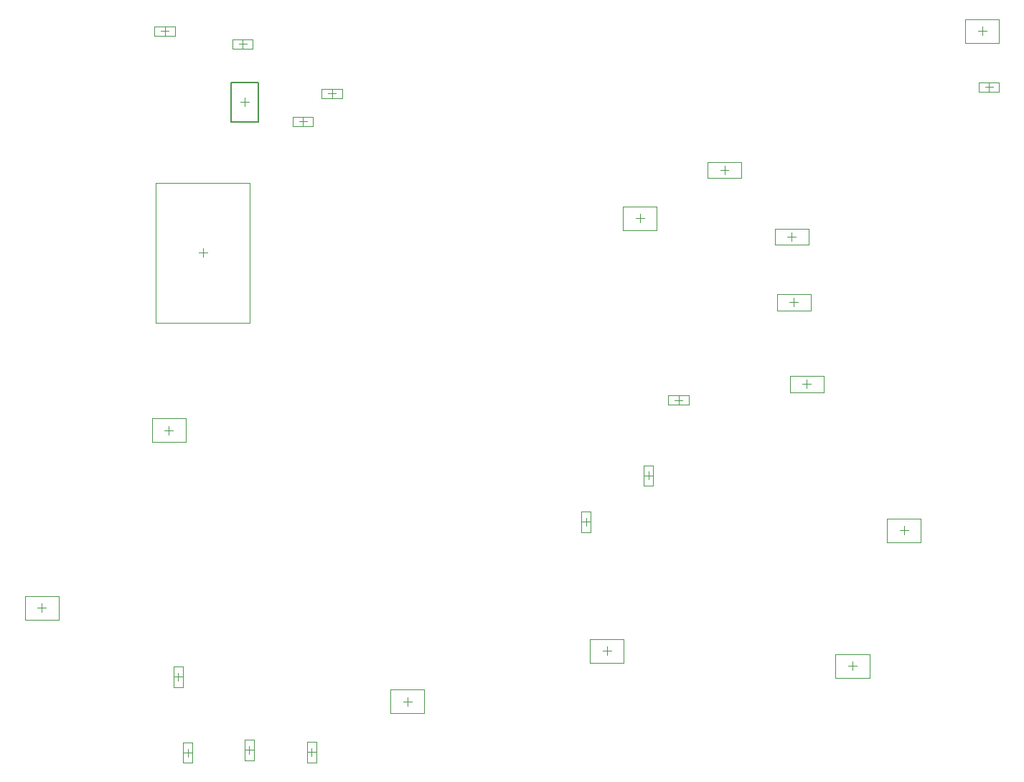
<source format=gbo>
G04*
G04 #@! TF.GenerationSoftware,Altium Limited,Altium Designer,18.0.11 (651)*
G04*
G04 Layer_Color=32896*
%FSLAX25Y25*%
%MOIN*%
G70*
G01*
G75*
%ADD17C,0.00800*%
%ADD20C,0.00394*%
D17*
X319799Y429945D02*
Y448055D01*
X307201Y429945D02*
Y448055D01*
Y429945D02*
X319799D01*
X307201Y448055D02*
X319799D01*
D20*
X311531Y439000D02*
X315469D01*
X313500Y437032D02*
Y440969D01*
X211311Y198488D02*
Y209512D01*
X227059Y198488D02*
Y209512D01*
X211311D02*
X227059D01*
X211311Y198488D02*
X227059D01*
X217216Y204000D02*
X221153D01*
X219185Y202031D02*
Y205968D01*
X280335Y167276D02*
X284665D01*
X280335Y176724D02*
X284665D01*
X280335Y167276D02*
Y176724D01*
X284665Y167276D02*
Y176724D01*
X282500Y170130D02*
Y173870D01*
X280630Y172000D02*
X284370D01*
X284835Y131961D02*
X289165D01*
X284835Y141410D02*
X289165D01*
X284835Y131961D02*
Y141410D01*
X289165Y131961D02*
Y141410D01*
X287000Y134815D02*
Y138555D01*
X285130Y136685D02*
X288870D01*
X498835Y270224D02*
X503165D01*
X498835Y260776D02*
X503165D01*
Y270224D01*
X498835Y260776D02*
Y270224D01*
X501000Y263630D02*
Y267370D01*
X499130Y265500D02*
X502870D01*
X313335Y133276D02*
X317665D01*
X313335Y142724D02*
X317665D01*
X313335Y133276D02*
Y142724D01*
X317665Y133276D02*
Y142724D01*
X315500Y136130D02*
Y139870D01*
X313630Y138000D02*
X317370D01*
X469835Y239276D02*
X474165D01*
X469835Y248724D02*
X474165D01*
X469835Y239276D02*
Y248724D01*
X474165Y239276D02*
Y248724D01*
X472000Y242130D02*
Y245870D01*
X470130Y244000D02*
X473870D01*
X342335Y132276D02*
X346665D01*
X342335Y141724D02*
X346665D01*
X342335Y132276D02*
Y141724D01*
X346665Y132276D02*
Y141724D01*
X344500Y135130D02*
Y138870D01*
X342630Y137000D02*
X346370D01*
X654461Y443835D02*
Y448165D01*
X663909Y443835D02*
Y448165D01*
X654461D02*
X663909D01*
X654461Y443835D02*
X663909D01*
X657315Y446000D02*
X661055D01*
X659185Y444130D02*
Y447870D01*
X519724Y298335D02*
Y302665D01*
X510276Y298335D02*
Y302665D01*
Y298335D02*
X519724D01*
X510276Y302665D02*
X519724D01*
X513130Y300500D02*
X516870D01*
X515000Y298630D02*
Y302370D01*
X271591Y469835D02*
Y474165D01*
X281039Y469835D02*
Y474165D01*
X271591D02*
X281039D01*
X271591Y469835D02*
X281039D01*
X274445Y472000D02*
X278185D01*
X276315Y470130D02*
Y473870D01*
X345224Y427835D02*
Y432165D01*
X335776Y427835D02*
Y432165D01*
Y427835D02*
X345224D01*
X335776Y432165D02*
X345224D01*
X338630Y430000D02*
X342370D01*
X340500Y428130D02*
Y431870D01*
X307776Y463835D02*
Y468165D01*
X317224Y463835D02*
Y468165D01*
X307776D02*
X317224D01*
X307776Y463835D02*
X317224D01*
X310630Y466000D02*
X314370D01*
X312500Y464130D02*
Y467870D01*
X349276Y440835D02*
Y445165D01*
X358724Y440835D02*
Y445165D01*
X349276D02*
X358724D01*
X349276Y440835D02*
X358724D01*
X352130Y443000D02*
X355870D01*
X354000Y441130D02*
Y444870D01*
X270311Y280988D02*
Y292012D01*
X286059Y280988D02*
Y292012D01*
X270311D02*
X286059D01*
X270311Y280988D02*
X286059D01*
X276217Y286500D02*
X280153D01*
X278185Y284531D02*
Y288469D01*
X473811Y178488D02*
Y189512D01*
X489559Y178488D02*
Y189512D01*
X473811D02*
X489559D01*
X473811Y178488D02*
X489559D01*
X479716Y184000D02*
X483653D01*
X481685Y182032D02*
Y185968D01*
X587941Y171488D02*
Y182512D01*
X603689Y171488D02*
Y182512D01*
X587941D02*
X603689D01*
X587941Y171488D02*
X603689D01*
X593847Y177000D02*
X597784D01*
X595815Y175031D02*
Y178969D01*
X381126Y154988D02*
Y166012D01*
X396874Y154988D02*
Y166012D01*
X381126D02*
X396874D01*
X381126Y154988D02*
X396874D01*
X387032Y160500D02*
X390968D01*
X389000Y158531D02*
Y162469D01*
X648126Y466488D02*
Y477512D01*
X663874Y466488D02*
Y477512D01*
X648126D02*
X663874D01*
X648126Y466488D02*
X663874D01*
X654032Y472000D02*
X657969D01*
X656000Y470031D02*
Y473969D01*
X489126Y379488D02*
Y390512D01*
X504874Y379488D02*
Y390512D01*
X489126D02*
X504874D01*
X489126Y379488D02*
X504874D01*
X495031Y385000D02*
X498969D01*
X497000Y383032D02*
Y386968D01*
X611811Y234488D02*
Y245512D01*
X627559Y234488D02*
Y245512D01*
X611811D02*
X627559D01*
X611811Y234488D02*
X627559D01*
X617717Y240000D02*
X621654D01*
X619685Y238032D02*
Y241968D01*
X272150Y336543D02*
X315850D01*
X272150Y401504D02*
X315850D01*
X272150Y336543D02*
Y401504D01*
X315850Y336543D02*
Y401504D01*
X294000Y367055D02*
Y370992D01*
X292032Y369024D02*
X295969D01*
X566626Y304260D02*
Y311740D01*
X582374Y304260D02*
Y311740D01*
X566626D02*
X582374D01*
X566626Y304260D02*
X582374D01*
X572532Y308000D02*
X576469D01*
X574500Y306031D02*
Y309968D01*
X559626Y372760D02*
Y380240D01*
X575374Y372760D02*
Y380240D01*
X559626D02*
X575374D01*
X559626Y372760D02*
X575374D01*
X565531Y376500D02*
X569468D01*
X567500Y374532D02*
Y378468D01*
X560626Y342260D02*
Y349740D01*
X576374Y342260D02*
Y349740D01*
X560626D02*
X576374D01*
X560626Y342260D02*
X576374D01*
X566532Y346000D02*
X570469D01*
X568500Y344032D02*
Y347969D01*
X528441Y403760D02*
Y411240D01*
X544189Y403760D02*
Y411240D01*
X528441D02*
X544189D01*
X528441Y403760D02*
X544189D01*
X534346Y407500D02*
X538283D01*
X536315Y405532D02*
Y409469D01*
M02*

</source>
